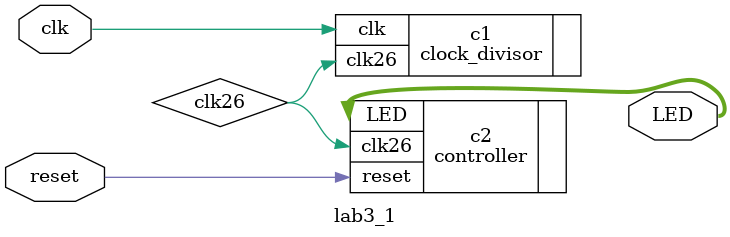
<source format=v>
module lab3_1(output [15:0]LED,
			  input  clk,
			  input  reset
			  );
			  
clock_divisor c1(.clk26(clk26), .clk(clk));

controller c2(.LED(LED), .clk26(clk26), .reset(reset));

endmodule

</source>
